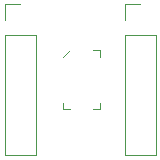
<source format=gbr>
%TF.GenerationSoftware,KiCad,Pcbnew,(5.1.9)-1*%
%TF.CreationDate,2021-09-06T09:51:30+02:00*%
%TF.ProjectId,SON10,534f4e31-302e-46b6-9963-61645f706362,rev?*%
%TF.SameCoordinates,Original*%
%TF.FileFunction,Legend,Top*%
%TF.FilePolarity,Positive*%
%FSLAX46Y46*%
G04 Gerber Fmt 4.6, Leading zero omitted, Abs format (unit mm)*
G04 Created by KiCad (PCBNEW (5.1.9)-1) date 2021-09-06 09:51:30*
%MOMM*%
%LPD*%
G01*
G04 APERTURE LIST*
%ADD10C,0.120000*%
G04 APERTURE END LIST*
D10*
%TO.C,REF\u002A\u002A*%
X118541000Y-92080000D02*
X118541000Y-91480000D01*
X118541000Y-91480000D02*
X117941000Y-91480000D01*
X115941000Y-91480000D02*
X115341000Y-92080000D01*
X115941000Y-96480000D02*
X115341000Y-96480000D01*
X115341000Y-96480000D02*
X115341000Y-95980000D01*
X118541000Y-96480000D02*
X117941000Y-96480000D01*
X118541000Y-96480000D02*
X118541000Y-95980000D01*
X120590000Y-100390000D02*
X123250000Y-100390000D01*
X120590000Y-90170000D02*
X120590000Y-100390000D01*
X123250000Y-90170000D02*
X123250000Y-100390000D01*
X120590000Y-90170000D02*
X123250000Y-90170000D01*
X120590000Y-88900000D02*
X120590000Y-87570000D01*
X120590000Y-87570000D02*
X121920000Y-87570000D01*
X110430000Y-100390000D02*
X113090000Y-100390000D01*
X110430000Y-90170000D02*
X110430000Y-100390000D01*
X113090000Y-90170000D02*
X113090000Y-100390000D01*
X110430000Y-90170000D02*
X113090000Y-90170000D01*
X110430000Y-88900000D02*
X110430000Y-87570000D01*
X110430000Y-87570000D02*
X111760000Y-87570000D01*
%TD*%
M02*

</source>
